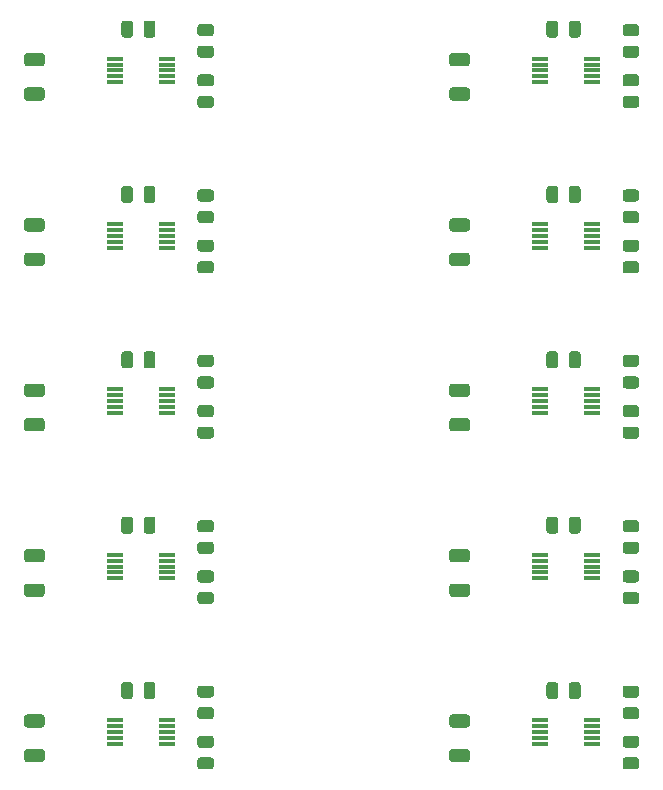
<source format=gbr>
%TF.GenerationSoftware,KiCad,Pcbnew,5.1.10*%
%TF.CreationDate,2021-11-07T07:50:52-05:00*%
%TF.ProjectId,CurrentSenseModule-RevB-10p,43757272-656e-4745-9365-6e73654d6f64,rev?*%
%TF.SameCoordinates,Original*%
%TF.FileFunction,Paste,Top*%
%TF.FilePolarity,Positive*%
%FSLAX46Y46*%
G04 Gerber Fmt 4.6, Leading zero omitted, Abs format (unit mm)*
G04 Created by KiCad (PCBNEW 5.1.10) date 2021-11-07 07:50:52*
%MOMM*%
%LPD*%
G01*
G04 APERTURE LIST*
%ADD10R,1.400000X0.300000*%
G04 APERTURE END LIST*
D10*
%TO.C,U1*%
X117550000Y-67750000D03*
X117550000Y-67250000D03*
X117550000Y-66750000D03*
X117550000Y-66250000D03*
X117550000Y-65750000D03*
X121950000Y-65750000D03*
X121950000Y-66250000D03*
X121950000Y-66750000D03*
X121950000Y-67250000D03*
X121950000Y-67750000D03*
%TD*%
%TO.C,R3*%
G36*
G01*
X124799998Y-64650000D02*
X125700002Y-64650000D01*
G75*
G02*
X125950000Y-64899998I0J-249998D01*
G01*
X125950000Y-65425002D01*
G75*
G02*
X125700002Y-65675000I-249998J0D01*
G01*
X124799998Y-65675000D01*
G75*
G02*
X124550000Y-65425002I0J249998D01*
G01*
X124550000Y-64899998D01*
G75*
G02*
X124799998Y-64650000I249998J0D01*
G01*
G37*
G36*
G01*
X124799998Y-62825000D02*
X125700002Y-62825000D01*
G75*
G02*
X125950000Y-63074998I0J-249998D01*
G01*
X125950000Y-63600002D01*
G75*
G02*
X125700002Y-63850000I-249998J0D01*
G01*
X124799998Y-63850000D01*
G75*
G02*
X124550000Y-63600002I0J249998D01*
G01*
X124550000Y-63074998D01*
G75*
G02*
X124799998Y-62825000I249998J0D01*
G01*
G37*
%TD*%
%TO.C,R2*%
G36*
G01*
X125700002Y-68100000D02*
X124799998Y-68100000D01*
G75*
G02*
X124550000Y-67850002I0J249998D01*
G01*
X124550000Y-67324998D01*
G75*
G02*
X124799998Y-67075000I249998J0D01*
G01*
X125700002Y-67075000D01*
G75*
G02*
X125950000Y-67324998I0J-249998D01*
G01*
X125950000Y-67850002D01*
G75*
G02*
X125700002Y-68100000I-249998J0D01*
G01*
G37*
G36*
G01*
X125700002Y-69925000D02*
X124799998Y-69925000D01*
G75*
G02*
X124550000Y-69675002I0J249998D01*
G01*
X124550000Y-69149998D01*
G75*
G02*
X124799998Y-68900000I249998J0D01*
G01*
X125700002Y-68900000D01*
G75*
G02*
X125950000Y-69149998I0J-249998D01*
G01*
X125950000Y-69675002D01*
G75*
G02*
X125700002Y-69925000I-249998J0D01*
G01*
G37*
%TD*%
%TO.C,R1*%
G36*
G01*
X110124998Y-68187500D02*
X111375002Y-68187500D01*
G75*
G02*
X111625000Y-68437498I0J-249998D01*
G01*
X111625000Y-69062502D01*
G75*
G02*
X111375002Y-69312500I-249998J0D01*
G01*
X110124998Y-69312500D01*
G75*
G02*
X109875000Y-69062502I0J249998D01*
G01*
X109875000Y-68437498D01*
G75*
G02*
X110124998Y-68187500I249998J0D01*
G01*
G37*
G36*
G01*
X110124998Y-65262500D02*
X111375002Y-65262500D01*
G75*
G02*
X111625000Y-65512498I0J-249998D01*
G01*
X111625000Y-66137502D01*
G75*
G02*
X111375002Y-66387500I-249998J0D01*
G01*
X110124998Y-66387500D01*
G75*
G02*
X109875000Y-66137502I0J249998D01*
G01*
X109875000Y-65512498D01*
G75*
G02*
X110124998Y-65262500I249998J0D01*
G01*
G37*
%TD*%
%TO.C,C1*%
G36*
G01*
X120000000Y-63725000D02*
X120000000Y-62775000D01*
G75*
G02*
X120250000Y-62525000I250000J0D01*
G01*
X120750000Y-62525000D01*
G75*
G02*
X121000000Y-62775000I0J-250000D01*
G01*
X121000000Y-63725000D01*
G75*
G02*
X120750000Y-63975000I-250000J0D01*
G01*
X120250000Y-63975000D01*
G75*
G02*
X120000000Y-63725000I0J250000D01*
G01*
G37*
G36*
G01*
X118100000Y-63725000D02*
X118100000Y-62775000D01*
G75*
G02*
X118350000Y-62525000I250000J0D01*
G01*
X118850000Y-62525000D01*
G75*
G02*
X119100000Y-62775000I0J-250000D01*
G01*
X119100000Y-63725000D01*
G75*
G02*
X118850000Y-63975000I-250000J0D01*
G01*
X118350000Y-63975000D01*
G75*
G02*
X118100000Y-63725000I0J250000D01*
G01*
G37*
%TD*%
%TO.C,U1*%
X117550000Y-81750000D03*
X117550000Y-81250000D03*
X117550000Y-80750000D03*
X117550000Y-80250000D03*
X117550000Y-79750000D03*
X121950000Y-79750000D03*
X121950000Y-80250000D03*
X121950000Y-80750000D03*
X121950000Y-81250000D03*
X121950000Y-81750000D03*
%TD*%
%TO.C,R3*%
G36*
G01*
X124799998Y-78650000D02*
X125700002Y-78650000D01*
G75*
G02*
X125950000Y-78899998I0J-249998D01*
G01*
X125950000Y-79425002D01*
G75*
G02*
X125700002Y-79675000I-249998J0D01*
G01*
X124799998Y-79675000D01*
G75*
G02*
X124550000Y-79425002I0J249998D01*
G01*
X124550000Y-78899998D01*
G75*
G02*
X124799998Y-78650000I249998J0D01*
G01*
G37*
G36*
G01*
X124799998Y-76825000D02*
X125700002Y-76825000D01*
G75*
G02*
X125950000Y-77074998I0J-249998D01*
G01*
X125950000Y-77600002D01*
G75*
G02*
X125700002Y-77850000I-249998J0D01*
G01*
X124799998Y-77850000D01*
G75*
G02*
X124550000Y-77600002I0J249998D01*
G01*
X124550000Y-77074998D01*
G75*
G02*
X124799998Y-76825000I249998J0D01*
G01*
G37*
%TD*%
%TO.C,R2*%
G36*
G01*
X125700002Y-82100000D02*
X124799998Y-82100000D01*
G75*
G02*
X124550000Y-81850002I0J249998D01*
G01*
X124550000Y-81324998D01*
G75*
G02*
X124799998Y-81075000I249998J0D01*
G01*
X125700002Y-81075000D01*
G75*
G02*
X125950000Y-81324998I0J-249998D01*
G01*
X125950000Y-81850002D01*
G75*
G02*
X125700002Y-82100000I-249998J0D01*
G01*
G37*
G36*
G01*
X125700002Y-83925000D02*
X124799998Y-83925000D01*
G75*
G02*
X124550000Y-83675002I0J249998D01*
G01*
X124550000Y-83149998D01*
G75*
G02*
X124799998Y-82900000I249998J0D01*
G01*
X125700002Y-82900000D01*
G75*
G02*
X125950000Y-83149998I0J-249998D01*
G01*
X125950000Y-83675002D01*
G75*
G02*
X125700002Y-83925000I-249998J0D01*
G01*
G37*
%TD*%
%TO.C,R1*%
G36*
G01*
X110124998Y-82187500D02*
X111375002Y-82187500D01*
G75*
G02*
X111625000Y-82437498I0J-249998D01*
G01*
X111625000Y-83062502D01*
G75*
G02*
X111375002Y-83312500I-249998J0D01*
G01*
X110124998Y-83312500D01*
G75*
G02*
X109875000Y-83062502I0J249998D01*
G01*
X109875000Y-82437498D01*
G75*
G02*
X110124998Y-82187500I249998J0D01*
G01*
G37*
G36*
G01*
X110124998Y-79262500D02*
X111375002Y-79262500D01*
G75*
G02*
X111625000Y-79512498I0J-249998D01*
G01*
X111625000Y-80137502D01*
G75*
G02*
X111375002Y-80387500I-249998J0D01*
G01*
X110124998Y-80387500D01*
G75*
G02*
X109875000Y-80137502I0J249998D01*
G01*
X109875000Y-79512498D01*
G75*
G02*
X110124998Y-79262500I249998J0D01*
G01*
G37*
%TD*%
%TO.C,C1*%
G36*
G01*
X120000000Y-77725000D02*
X120000000Y-76775000D01*
G75*
G02*
X120250000Y-76525000I250000J0D01*
G01*
X120750000Y-76525000D01*
G75*
G02*
X121000000Y-76775000I0J-250000D01*
G01*
X121000000Y-77725000D01*
G75*
G02*
X120750000Y-77975000I-250000J0D01*
G01*
X120250000Y-77975000D01*
G75*
G02*
X120000000Y-77725000I0J250000D01*
G01*
G37*
G36*
G01*
X118100000Y-77725000D02*
X118100000Y-76775000D01*
G75*
G02*
X118350000Y-76525000I250000J0D01*
G01*
X118850000Y-76525000D01*
G75*
G02*
X119100000Y-76775000I0J-250000D01*
G01*
X119100000Y-77725000D01*
G75*
G02*
X118850000Y-77975000I-250000J0D01*
G01*
X118350000Y-77975000D01*
G75*
G02*
X118100000Y-77725000I0J250000D01*
G01*
G37*
%TD*%
%TO.C,U1*%
X153550000Y-67750000D03*
X153550000Y-67250000D03*
X153550000Y-66750000D03*
X153550000Y-66250000D03*
X153550000Y-65750000D03*
X157950000Y-65750000D03*
X157950000Y-66250000D03*
X157950000Y-66750000D03*
X157950000Y-67250000D03*
X157950000Y-67750000D03*
%TD*%
%TO.C,R3*%
G36*
G01*
X160799998Y-64650000D02*
X161700002Y-64650000D01*
G75*
G02*
X161950000Y-64899998I0J-249998D01*
G01*
X161950000Y-65425002D01*
G75*
G02*
X161700002Y-65675000I-249998J0D01*
G01*
X160799998Y-65675000D01*
G75*
G02*
X160550000Y-65425002I0J249998D01*
G01*
X160550000Y-64899998D01*
G75*
G02*
X160799998Y-64650000I249998J0D01*
G01*
G37*
G36*
G01*
X160799998Y-62825000D02*
X161700002Y-62825000D01*
G75*
G02*
X161950000Y-63074998I0J-249998D01*
G01*
X161950000Y-63600002D01*
G75*
G02*
X161700002Y-63850000I-249998J0D01*
G01*
X160799998Y-63850000D01*
G75*
G02*
X160550000Y-63600002I0J249998D01*
G01*
X160550000Y-63074998D01*
G75*
G02*
X160799998Y-62825000I249998J0D01*
G01*
G37*
%TD*%
%TO.C,R2*%
G36*
G01*
X161700002Y-68100000D02*
X160799998Y-68100000D01*
G75*
G02*
X160550000Y-67850002I0J249998D01*
G01*
X160550000Y-67324998D01*
G75*
G02*
X160799998Y-67075000I249998J0D01*
G01*
X161700002Y-67075000D01*
G75*
G02*
X161950000Y-67324998I0J-249998D01*
G01*
X161950000Y-67850002D01*
G75*
G02*
X161700002Y-68100000I-249998J0D01*
G01*
G37*
G36*
G01*
X161700002Y-69925000D02*
X160799998Y-69925000D01*
G75*
G02*
X160550000Y-69675002I0J249998D01*
G01*
X160550000Y-69149998D01*
G75*
G02*
X160799998Y-68900000I249998J0D01*
G01*
X161700002Y-68900000D01*
G75*
G02*
X161950000Y-69149998I0J-249998D01*
G01*
X161950000Y-69675002D01*
G75*
G02*
X161700002Y-69925000I-249998J0D01*
G01*
G37*
%TD*%
%TO.C,R1*%
G36*
G01*
X146124998Y-68187500D02*
X147375002Y-68187500D01*
G75*
G02*
X147625000Y-68437498I0J-249998D01*
G01*
X147625000Y-69062502D01*
G75*
G02*
X147375002Y-69312500I-249998J0D01*
G01*
X146124998Y-69312500D01*
G75*
G02*
X145875000Y-69062502I0J249998D01*
G01*
X145875000Y-68437498D01*
G75*
G02*
X146124998Y-68187500I249998J0D01*
G01*
G37*
G36*
G01*
X146124998Y-65262500D02*
X147375002Y-65262500D01*
G75*
G02*
X147625000Y-65512498I0J-249998D01*
G01*
X147625000Y-66137502D01*
G75*
G02*
X147375002Y-66387500I-249998J0D01*
G01*
X146124998Y-66387500D01*
G75*
G02*
X145875000Y-66137502I0J249998D01*
G01*
X145875000Y-65512498D01*
G75*
G02*
X146124998Y-65262500I249998J0D01*
G01*
G37*
%TD*%
%TO.C,C1*%
G36*
G01*
X156000000Y-63725000D02*
X156000000Y-62775000D01*
G75*
G02*
X156250000Y-62525000I250000J0D01*
G01*
X156750000Y-62525000D01*
G75*
G02*
X157000000Y-62775000I0J-250000D01*
G01*
X157000000Y-63725000D01*
G75*
G02*
X156750000Y-63975000I-250000J0D01*
G01*
X156250000Y-63975000D01*
G75*
G02*
X156000000Y-63725000I0J250000D01*
G01*
G37*
G36*
G01*
X154100000Y-63725000D02*
X154100000Y-62775000D01*
G75*
G02*
X154350000Y-62525000I250000J0D01*
G01*
X154850000Y-62525000D01*
G75*
G02*
X155100000Y-62775000I0J-250000D01*
G01*
X155100000Y-63725000D01*
G75*
G02*
X154850000Y-63975000I-250000J0D01*
G01*
X154350000Y-63975000D01*
G75*
G02*
X154100000Y-63725000I0J250000D01*
G01*
G37*
%TD*%
%TO.C,U1*%
X153550000Y-81750000D03*
X153550000Y-81250000D03*
X153550000Y-80750000D03*
X153550000Y-80250000D03*
X153550000Y-79750000D03*
X157950000Y-79750000D03*
X157950000Y-80250000D03*
X157950000Y-80750000D03*
X157950000Y-81250000D03*
X157950000Y-81750000D03*
%TD*%
%TO.C,R3*%
G36*
G01*
X160799998Y-78650000D02*
X161700002Y-78650000D01*
G75*
G02*
X161950000Y-78899998I0J-249998D01*
G01*
X161950000Y-79425002D01*
G75*
G02*
X161700002Y-79675000I-249998J0D01*
G01*
X160799998Y-79675000D01*
G75*
G02*
X160550000Y-79425002I0J249998D01*
G01*
X160550000Y-78899998D01*
G75*
G02*
X160799998Y-78650000I249998J0D01*
G01*
G37*
G36*
G01*
X160799998Y-76825000D02*
X161700002Y-76825000D01*
G75*
G02*
X161950000Y-77074998I0J-249998D01*
G01*
X161950000Y-77600002D01*
G75*
G02*
X161700002Y-77850000I-249998J0D01*
G01*
X160799998Y-77850000D01*
G75*
G02*
X160550000Y-77600002I0J249998D01*
G01*
X160550000Y-77074998D01*
G75*
G02*
X160799998Y-76825000I249998J0D01*
G01*
G37*
%TD*%
%TO.C,R2*%
G36*
G01*
X161700002Y-82100000D02*
X160799998Y-82100000D01*
G75*
G02*
X160550000Y-81850002I0J249998D01*
G01*
X160550000Y-81324998D01*
G75*
G02*
X160799998Y-81075000I249998J0D01*
G01*
X161700002Y-81075000D01*
G75*
G02*
X161950000Y-81324998I0J-249998D01*
G01*
X161950000Y-81850002D01*
G75*
G02*
X161700002Y-82100000I-249998J0D01*
G01*
G37*
G36*
G01*
X161700002Y-83925000D02*
X160799998Y-83925000D01*
G75*
G02*
X160550000Y-83675002I0J249998D01*
G01*
X160550000Y-83149998D01*
G75*
G02*
X160799998Y-82900000I249998J0D01*
G01*
X161700002Y-82900000D01*
G75*
G02*
X161950000Y-83149998I0J-249998D01*
G01*
X161950000Y-83675002D01*
G75*
G02*
X161700002Y-83925000I-249998J0D01*
G01*
G37*
%TD*%
%TO.C,R1*%
G36*
G01*
X146124998Y-82187500D02*
X147375002Y-82187500D01*
G75*
G02*
X147625000Y-82437498I0J-249998D01*
G01*
X147625000Y-83062502D01*
G75*
G02*
X147375002Y-83312500I-249998J0D01*
G01*
X146124998Y-83312500D01*
G75*
G02*
X145875000Y-83062502I0J249998D01*
G01*
X145875000Y-82437498D01*
G75*
G02*
X146124998Y-82187500I249998J0D01*
G01*
G37*
G36*
G01*
X146124998Y-79262500D02*
X147375002Y-79262500D01*
G75*
G02*
X147625000Y-79512498I0J-249998D01*
G01*
X147625000Y-80137502D01*
G75*
G02*
X147375002Y-80387500I-249998J0D01*
G01*
X146124998Y-80387500D01*
G75*
G02*
X145875000Y-80137502I0J249998D01*
G01*
X145875000Y-79512498D01*
G75*
G02*
X146124998Y-79262500I249998J0D01*
G01*
G37*
%TD*%
%TO.C,C1*%
G36*
G01*
X156000000Y-77725000D02*
X156000000Y-76775000D01*
G75*
G02*
X156250000Y-76525000I250000J0D01*
G01*
X156750000Y-76525000D01*
G75*
G02*
X157000000Y-76775000I0J-250000D01*
G01*
X157000000Y-77725000D01*
G75*
G02*
X156750000Y-77975000I-250000J0D01*
G01*
X156250000Y-77975000D01*
G75*
G02*
X156000000Y-77725000I0J250000D01*
G01*
G37*
G36*
G01*
X154100000Y-77725000D02*
X154100000Y-76775000D01*
G75*
G02*
X154350000Y-76525000I250000J0D01*
G01*
X154850000Y-76525000D01*
G75*
G02*
X155100000Y-76775000I0J-250000D01*
G01*
X155100000Y-77725000D01*
G75*
G02*
X154850000Y-77975000I-250000J0D01*
G01*
X154350000Y-77975000D01*
G75*
G02*
X154100000Y-77725000I0J250000D01*
G01*
G37*
%TD*%
%TO.C,U1*%
X117550000Y-95750000D03*
X117550000Y-95250000D03*
X117550000Y-94750000D03*
X117550000Y-94250000D03*
X117550000Y-93750000D03*
X121950000Y-93750000D03*
X121950000Y-94250000D03*
X121950000Y-94750000D03*
X121950000Y-95250000D03*
X121950000Y-95750000D03*
%TD*%
%TO.C,R3*%
G36*
G01*
X124799998Y-92650000D02*
X125700002Y-92650000D01*
G75*
G02*
X125950000Y-92899998I0J-249998D01*
G01*
X125950000Y-93425002D01*
G75*
G02*
X125700002Y-93675000I-249998J0D01*
G01*
X124799998Y-93675000D01*
G75*
G02*
X124550000Y-93425002I0J249998D01*
G01*
X124550000Y-92899998D01*
G75*
G02*
X124799998Y-92650000I249998J0D01*
G01*
G37*
G36*
G01*
X124799998Y-90825000D02*
X125700002Y-90825000D01*
G75*
G02*
X125950000Y-91074998I0J-249998D01*
G01*
X125950000Y-91600002D01*
G75*
G02*
X125700002Y-91850000I-249998J0D01*
G01*
X124799998Y-91850000D01*
G75*
G02*
X124550000Y-91600002I0J249998D01*
G01*
X124550000Y-91074998D01*
G75*
G02*
X124799998Y-90825000I249998J0D01*
G01*
G37*
%TD*%
%TO.C,R2*%
G36*
G01*
X125700002Y-96100000D02*
X124799998Y-96100000D01*
G75*
G02*
X124550000Y-95850002I0J249998D01*
G01*
X124550000Y-95324998D01*
G75*
G02*
X124799998Y-95075000I249998J0D01*
G01*
X125700002Y-95075000D01*
G75*
G02*
X125950000Y-95324998I0J-249998D01*
G01*
X125950000Y-95850002D01*
G75*
G02*
X125700002Y-96100000I-249998J0D01*
G01*
G37*
G36*
G01*
X125700002Y-97925000D02*
X124799998Y-97925000D01*
G75*
G02*
X124550000Y-97675002I0J249998D01*
G01*
X124550000Y-97149998D01*
G75*
G02*
X124799998Y-96900000I249998J0D01*
G01*
X125700002Y-96900000D01*
G75*
G02*
X125950000Y-97149998I0J-249998D01*
G01*
X125950000Y-97675002D01*
G75*
G02*
X125700002Y-97925000I-249998J0D01*
G01*
G37*
%TD*%
%TO.C,R1*%
G36*
G01*
X110124998Y-96187500D02*
X111375002Y-96187500D01*
G75*
G02*
X111625000Y-96437498I0J-249998D01*
G01*
X111625000Y-97062502D01*
G75*
G02*
X111375002Y-97312500I-249998J0D01*
G01*
X110124998Y-97312500D01*
G75*
G02*
X109875000Y-97062502I0J249998D01*
G01*
X109875000Y-96437498D01*
G75*
G02*
X110124998Y-96187500I249998J0D01*
G01*
G37*
G36*
G01*
X110124998Y-93262500D02*
X111375002Y-93262500D01*
G75*
G02*
X111625000Y-93512498I0J-249998D01*
G01*
X111625000Y-94137502D01*
G75*
G02*
X111375002Y-94387500I-249998J0D01*
G01*
X110124998Y-94387500D01*
G75*
G02*
X109875000Y-94137502I0J249998D01*
G01*
X109875000Y-93512498D01*
G75*
G02*
X110124998Y-93262500I249998J0D01*
G01*
G37*
%TD*%
%TO.C,C1*%
G36*
G01*
X120000000Y-91725000D02*
X120000000Y-90775000D01*
G75*
G02*
X120250000Y-90525000I250000J0D01*
G01*
X120750000Y-90525000D01*
G75*
G02*
X121000000Y-90775000I0J-250000D01*
G01*
X121000000Y-91725000D01*
G75*
G02*
X120750000Y-91975000I-250000J0D01*
G01*
X120250000Y-91975000D01*
G75*
G02*
X120000000Y-91725000I0J250000D01*
G01*
G37*
G36*
G01*
X118100000Y-91725000D02*
X118100000Y-90775000D01*
G75*
G02*
X118350000Y-90525000I250000J0D01*
G01*
X118850000Y-90525000D01*
G75*
G02*
X119100000Y-90775000I0J-250000D01*
G01*
X119100000Y-91725000D01*
G75*
G02*
X118850000Y-91975000I-250000J0D01*
G01*
X118350000Y-91975000D01*
G75*
G02*
X118100000Y-91725000I0J250000D01*
G01*
G37*
%TD*%
%TO.C,U1*%
X153550000Y-95750000D03*
X153550000Y-95250000D03*
X153550000Y-94750000D03*
X153550000Y-94250000D03*
X153550000Y-93750000D03*
X157950000Y-93750000D03*
X157950000Y-94250000D03*
X157950000Y-94750000D03*
X157950000Y-95250000D03*
X157950000Y-95750000D03*
%TD*%
%TO.C,R3*%
G36*
G01*
X160799998Y-92650000D02*
X161700002Y-92650000D01*
G75*
G02*
X161950000Y-92899998I0J-249998D01*
G01*
X161950000Y-93425002D01*
G75*
G02*
X161700002Y-93675000I-249998J0D01*
G01*
X160799998Y-93675000D01*
G75*
G02*
X160550000Y-93425002I0J249998D01*
G01*
X160550000Y-92899998D01*
G75*
G02*
X160799998Y-92650000I249998J0D01*
G01*
G37*
G36*
G01*
X160799998Y-90825000D02*
X161700002Y-90825000D01*
G75*
G02*
X161950000Y-91074998I0J-249998D01*
G01*
X161950000Y-91600002D01*
G75*
G02*
X161700002Y-91850000I-249998J0D01*
G01*
X160799998Y-91850000D01*
G75*
G02*
X160550000Y-91600002I0J249998D01*
G01*
X160550000Y-91074998D01*
G75*
G02*
X160799998Y-90825000I249998J0D01*
G01*
G37*
%TD*%
%TO.C,R2*%
G36*
G01*
X161700002Y-96100000D02*
X160799998Y-96100000D01*
G75*
G02*
X160550000Y-95850002I0J249998D01*
G01*
X160550000Y-95324998D01*
G75*
G02*
X160799998Y-95075000I249998J0D01*
G01*
X161700002Y-95075000D01*
G75*
G02*
X161950000Y-95324998I0J-249998D01*
G01*
X161950000Y-95850002D01*
G75*
G02*
X161700002Y-96100000I-249998J0D01*
G01*
G37*
G36*
G01*
X161700002Y-97925000D02*
X160799998Y-97925000D01*
G75*
G02*
X160550000Y-97675002I0J249998D01*
G01*
X160550000Y-97149998D01*
G75*
G02*
X160799998Y-96900000I249998J0D01*
G01*
X161700002Y-96900000D01*
G75*
G02*
X161950000Y-97149998I0J-249998D01*
G01*
X161950000Y-97675002D01*
G75*
G02*
X161700002Y-97925000I-249998J0D01*
G01*
G37*
%TD*%
%TO.C,R1*%
G36*
G01*
X146124998Y-96187500D02*
X147375002Y-96187500D01*
G75*
G02*
X147625000Y-96437498I0J-249998D01*
G01*
X147625000Y-97062502D01*
G75*
G02*
X147375002Y-97312500I-249998J0D01*
G01*
X146124998Y-97312500D01*
G75*
G02*
X145875000Y-97062502I0J249998D01*
G01*
X145875000Y-96437498D01*
G75*
G02*
X146124998Y-96187500I249998J0D01*
G01*
G37*
G36*
G01*
X146124998Y-93262500D02*
X147375002Y-93262500D01*
G75*
G02*
X147625000Y-93512498I0J-249998D01*
G01*
X147625000Y-94137502D01*
G75*
G02*
X147375002Y-94387500I-249998J0D01*
G01*
X146124998Y-94387500D01*
G75*
G02*
X145875000Y-94137502I0J249998D01*
G01*
X145875000Y-93512498D01*
G75*
G02*
X146124998Y-93262500I249998J0D01*
G01*
G37*
%TD*%
%TO.C,C1*%
G36*
G01*
X156000000Y-91725000D02*
X156000000Y-90775000D01*
G75*
G02*
X156250000Y-90525000I250000J0D01*
G01*
X156750000Y-90525000D01*
G75*
G02*
X157000000Y-90775000I0J-250000D01*
G01*
X157000000Y-91725000D01*
G75*
G02*
X156750000Y-91975000I-250000J0D01*
G01*
X156250000Y-91975000D01*
G75*
G02*
X156000000Y-91725000I0J250000D01*
G01*
G37*
G36*
G01*
X154100000Y-91725000D02*
X154100000Y-90775000D01*
G75*
G02*
X154350000Y-90525000I250000J0D01*
G01*
X154850000Y-90525000D01*
G75*
G02*
X155100000Y-90775000I0J-250000D01*
G01*
X155100000Y-91725000D01*
G75*
G02*
X154850000Y-91975000I-250000J0D01*
G01*
X154350000Y-91975000D01*
G75*
G02*
X154100000Y-91725000I0J250000D01*
G01*
G37*
%TD*%
%TO.C,U1*%
X117550000Y-109750000D03*
X117550000Y-109250000D03*
X117550000Y-108750000D03*
X117550000Y-108250000D03*
X117550000Y-107750000D03*
X121950000Y-107750000D03*
X121950000Y-108250000D03*
X121950000Y-108750000D03*
X121950000Y-109250000D03*
X121950000Y-109750000D03*
%TD*%
%TO.C,R3*%
G36*
G01*
X124799998Y-106650000D02*
X125700002Y-106650000D01*
G75*
G02*
X125950000Y-106899998I0J-249998D01*
G01*
X125950000Y-107425002D01*
G75*
G02*
X125700002Y-107675000I-249998J0D01*
G01*
X124799998Y-107675000D01*
G75*
G02*
X124550000Y-107425002I0J249998D01*
G01*
X124550000Y-106899998D01*
G75*
G02*
X124799998Y-106650000I249998J0D01*
G01*
G37*
G36*
G01*
X124799998Y-104825000D02*
X125700002Y-104825000D01*
G75*
G02*
X125950000Y-105074998I0J-249998D01*
G01*
X125950000Y-105600002D01*
G75*
G02*
X125700002Y-105850000I-249998J0D01*
G01*
X124799998Y-105850000D01*
G75*
G02*
X124550000Y-105600002I0J249998D01*
G01*
X124550000Y-105074998D01*
G75*
G02*
X124799998Y-104825000I249998J0D01*
G01*
G37*
%TD*%
%TO.C,R2*%
G36*
G01*
X125700002Y-110100000D02*
X124799998Y-110100000D01*
G75*
G02*
X124550000Y-109850002I0J249998D01*
G01*
X124550000Y-109324998D01*
G75*
G02*
X124799998Y-109075000I249998J0D01*
G01*
X125700002Y-109075000D01*
G75*
G02*
X125950000Y-109324998I0J-249998D01*
G01*
X125950000Y-109850002D01*
G75*
G02*
X125700002Y-110100000I-249998J0D01*
G01*
G37*
G36*
G01*
X125700002Y-111925000D02*
X124799998Y-111925000D01*
G75*
G02*
X124550000Y-111675002I0J249998D01*
G01*
X124550000Y-111149998D01*
G75*
G02*
X124799998Y-110900000I249998J0D01*
G01*
X125700002Y-110900000D01*
G75*
G02*
X125950000Y-111149998I0J-249998D01*
G01*
X125950000Y-111675002D01*
G75*
G02*
X125700002Y-111925000I-249998J0D01*
G01*
G37*
%TD*%
%TO.C,R1*%
G36*
G01*
X110124998Y-110187500D02*
X111375002Y-110187500D01*
G75*
G02*
X111625000Y-110437498I0J-249998D01*
G01*
X111625000Y-111062502D01*
G75*
G02*
X111375002Y-111312500I-249998J0D01*
G01*
X110124998Y-111312500D01*
G75*
G02*
X109875000Y-111062502I0J249998D01*
G01*
X109875000Y-110437498D01*
G75*
G02*
X110124998Y-110187500I249998J0D01*
G01*
G37*
G36*
G01*
X110124998Y-107262500D02*
X111375002Y-107262500D01*
G75*
G02*
X111625000Y-107512498I0J-249998D01*
G01*
X111625000Y-108137502D01*
G75*
G02*
X111375002Y-108387500I-249998J0D01*
G01*
X110124998Y-108387500D01*
G75*
G02*
X109875000Y-108137502I0J249998D01*
G01*
X109875000Y-107512498D01*
G75*
G02*
X110124998Y-107262500I249998J0D01*
G01*
G37*
%TD*%
%TO.C,C1*%
G36*
G01*
X120000000Y-105725000D02*
X120000000Y-104775000D01*
G75*
G02*
X120250000Y-104525000I250000J0D01*
G01*
X120750000Y-104525000D01*
G75*
G02*
X121000000Y-104775000I0J-250000D01*
G01*
X121000000Y-105725000D01*
G75*
G02*
X120750000Y-105975000I-250000J0D01*
G01*
X120250000Y-105975000D01*
G75*
G02*
X120000000Y-105725000I0J250000D01*
G01*
G37*
G36*
G01*
X118100000Y-105725000D02*
X118100000Y-104775000D01*
G75*
G02*
X118350000Y-104525000I250000J0D01*
G01*
X118850000Y-104525000D01*
G75*
G02*
X119100000Y-104775000I0J-250000D01*
G01*
X119100000Y-105725000D01*
G75*
G02*
X118850000Y-105975000I-250000J0D01*
G01*
X118350000Y-105975000D01*
G75*
G02*
X118100000Y-105725000I0J250000D01*
G01*
G37*
%TD*%
%TO.C,U1*%
X153550000Y-109750000D03*
X153550000Y-109250000D03*
X153550000Y-108750000D03*
X153550000Y-108250000D03*
X153550000Y-107750000D03*
X157950000Y-107750000D03*
X157950000Y-108250000D03*
X157950000Y-108750000D03*
X157950000Y-109250000D03*
X157950000Y-109750000D03*
%TD*%
%TO.C,R3*%
G36*
G01*
X160799998Y-106650000D02*
X161700002Y-106650000D01*
G75*
G02*
X161950000Y-106899998I0J-249998D01*
G01*
X161950000Y-107425002D01*
G75*
G02*
X161700002Y-107675000I-249998J0D01*
G01*
X160799998Y-107675000D01*
G75*
G02*
X160550000Y-107425002I0J249998D01*
G01*
X160550000Y-106899998D01*
G75*
G02*
X160799998Y-106650000I249998J0D01*
G01*
G37*
G36*
G01*
X160799998Y-104825000D02*
X161700002Y-104825000D01*
G75*
G02*
X161950000Y-105074998I0J-249998D01*
G01*
X161950000Y-105600002D01*
G75*
G02*
X161700002Y-105850000I-249998J0D01*
G01*
X160799998Y-105850000D01*
G75*
G02*
X160550000Y-105600002I0J249998D01*
G01*
X160550000Y-105074998D01*
G75*
G02*
X160799998Y-104825000I249998J0D01*
G01*
G37*
%TD*%
%TO.C,R2*%
G36*
G01*
X161700002Y-110100000D02*
X160799998Y-110100000D01*
G75*
G02*
X160550000Y-109850002I0J249998D01*
G01*
X160550000Y-109324998D01*
G75*
G02*
X160799998Y-109075000I249998J0D01*
G01*
X161700002Y-109075000D01*
G75*
G02*
X161950000Y-109324998I0J-249998D01*
G01*
X161950000Y-109850002D01*
G75*
G02*
X161700002Y-110100000I-249998J0D01*
G01*
G37*
G36*
G01*
X161700002Y-111925000D02*
X160799998Y-111925000D01*
G75*
G02*
X160550000Y-111675002I0J249998D01*
G01*
X160550000Y-111149998D01*
G75*
G02*
X160799998Y-110900000I249998J0D01*
G01*
X161700002Y-110900000D01*
G75*
G02*
X161950000Y-111149998I0J-249998D01*
G01*
X161950000Y-111675002D01*
G75*
G02*
X161700002Y-111925000I-249998J0D01*
G01*
G37*
%TD*%
%TO.C,R1*%
G36*
G01*
X146124998Y-110187500D02*
X147375002Y-110187500D01*
G75*
G02*
X147625000Y-110437498I0J-249998D01*
G01*
X147625000Y-111062502D01*
G75*
G02*
X147375002Y-111312500I-249998J0D01*
G01*
X146124998Y-111312500D01*
G75*
G02*
X145875000Y-111062502I0J249998D01*
G01*
X145875000Y-110437498D01*
G75*
G02*
X146124998Y-110187500I249998J0D01*
G01*
G37*
G36*
G01*
X146124998Y-107262500D02*
X147375002Y-107262500D01*
G75*
G02*
X147625000Y-107512498I0J-249998D01*
G01*
X147625000Y-108137502D01*
G75*
G02*
X147375002Y-108387500I-249998J0D01*
G01*
X146124998Y-108387500D01*
G75*
G02*
X145875000Y-108137502I0J249998D01*
G01*
X145875000Y-107512498D01*
G75*
G02*
X146124998Y-107262500I249998J0D01*
G01*
G37*
%TD*%
%TO.C,C1*%
G36*
G01*
X156000000Y-105725000D02*
X156000000Y-104775000D01*
G75*
G02*
X156250000Y-104525000I250000J0D01*
G01*
X156750000Y-104525000D01*
G75*
G02*
X157000000Y-104775000I0J-250000D01*
G01*
X157000000Y-105725000D01*
G75*
G02*
X156750000Y-105975000I-250000J0D01*
G01*
X156250000Y-105975000D01*
G75*
G02*
X156000000Y-105725000I0J250000D01*
G01*
G37*
G36*
G01*
X154100000Y-105725000D02*
X154100000Y-104775000D01*
G75*
G02*
X154350000Y-104525000I250000J0D01*
G01*
X154850000Y-104525000D01*
G75*
G02*
X155100000Y-104775000I0J-250000D01*
G01*
X155100000Y-105725000D01*
G75*
G02*
X154850000Y-105975000I-250000J0D01*
G01*
X154350000Y-105975000D01*
G75*
G02*
X154100000Y-105725000I0J250000D01*
G01*
G37*
%TD*%
%TO.C,U1*%
X117550000Y-123750000D03*
X117550000Y-123250000D03*
X117550000Y-122750000D03*
X117550000Y-122250000D03*
X117550000Y-121750000D03*
X121950000Y-121750000D03*
X121950000Y-122250000D03*
X121950000Y-122750000D03*
X121950000Y-123250000D03*
X121950000Y-123750000D03*
%TD*%
%TO.C,R3*%
G36*
G01*
X124799998Y-120650000D02*
X125700002Y-120650000D01*
G75*
G02*
X125950000Y-120899998I0J-249998D01*
G01*
X125950000Y-121425002D01*
G75*
G02*
X125700002Y-121675000I-249998J0D01*
G01*
X124799998Y-121675000D01*
G75*
G02*
X124550000Y-121425002I0J249998D01*
G01*
X124550000Y-120899998D01*
G75*
G02*
X124799998Y-120650000I249998J0D01*
G01*
G37*
G36*
G01*
X124799998Y-118825000D02*
X125700002Y-118825000D01*
G75*
G02*
X125950000Y-119074998I0J-249998D01*
G01*
X125950000Y-119600002D01*
G75*
G02*
X125700002Y-119850000I-249998J0D01*
G01*
X124799998Y-119850000D01*
G75*
G02*
X124550000Y-119600002I0J249998D01*
G01*
X124550000Y-119074998D01*
G75*
G02*
X124799998Y-118825000I249998J0D01*
G01*
G37*
%TD*%
%TO.C,R2*%
G36*
G01*
X125700002Y-124100000D02*
X124799998Y-124100000D01*
G75*
G02*
X124550000Y-123850002I0J249998D01*
G01*
X124550000Y-123324998D01*
G75*
G02*
X124799998Y-123075000I249998J0D01*
G01*
X125700002Y-123075000D01*
G75*
G02*
X125950000Y-123324998I0J-249998D01*
G01*
X125950000Y-123850002D01*
G75*
G02*
X125700002Y-124100000I-249998J0D01*
G01*
G37*
G36*
G01*
X125700002Y-125925000D02*
X124799998Y-125925000D01*
G75*
G02*
X124550000Y-125675002I0J249998D01*
G01*
X124550000Y-125149998D01*
G75*
G02*
X124799998Y-124900000I249998J0D01*
G01*
X125700002Y-124900000D01*
G75*
G02*
X125950000Y-125149998I0J-249998D01*
G01*
X125950000Y-125675002D01*
G75*
G02*
X125700002Y-125925000I-249998J0D01*
G01*
G37*
%TD*%
%TO.C,R1*%
G36*
G01*
X110124998Y-124187500D02*
X111375002Y-124187500D01*
G75*
G02*
X111625000Y-124437498I0J-249998D01*
G01*
X111625000Y-125062502D01*
G75*
G02*
X111375002Y-125312500I-249998J0D01*
G01*
X110124998Y-125312500D01*
G75*
G02*
X109875000Y-125062502I0J249998D01*
G01*
X109875000Y-124437498D01*
G75*
G02*
X110124998Y-124187500I249998J0D01*
G01*
G37*
G36*
G01*
X110124998Y-121262500D02*
X111375002Y-121262500D01*
G75*
G02*
X111625000Y-121512498I0J-249998D01*
G01*
X111625000Y-122137502D01*
G75*
G02*
X111375002Y-122387500I-249998J0D01*
G01*
X110124998Y-122387500D01*
G75*
G02*
X109875000Y-122137502I0J249998D01*
G01*
X109875000Y-121512498D01*
G75*
G02*
X110124998Y-121262500I249998J0D01*
G01*
G37*
%TD*%
%TO.C,C1*%
G36*
G01*
X120000000Y-119725000D02*
X120000000Y-118775000D01*
G75*
G02*
X120250000Y-118525000I250000J0D01*
G01*
X120750000Y-118525000D01*
G75*
G02*
X121000000Y-118775000I0J-250000D01*
G01*
X121000000Y-119725000D01*
G75*
G02*
X120750000Y-119975000I-250000J0D01*
G01*
X120250000Y-119975000D01*
G75*
G02*
X120000000Y-119725000I0J250000D01*
G01*
G37*
G36*
G01*
X118100000Y-119725000D02*
X118100000Y-118775000D01*
G75*
G02*
X118350000Y-118525000I250000J0D01*
G01*
X118850000Y-118525000D01*
G75*
G02*
X119100000Y-118775000I0J-250000D01*
G01*
X119100000Y-119725000D01*
G75*
G02*
X118850000Y-119975000I-250000J0D01*
G01*
X118350000Y-119975000D01*
G75*
G02*
X118100000Y-119725000I0J250000D01*
G01*
G37*
%TD*%
%TO.C,U1*%
X153550000Y-123750000D03*
X153550000Y-123250000D03*
X153550000Y-122750000D03*
X153550000Y-122250000D03*
X153550000Y-121750000D03*
X157950000Y-121750000D03*
X157950000Y-122250000D03*
X157950000Y-122750000D03*
X157950000Y-123250000D03*
X157950000Y-123750000D03*
%TD*%
%TO.C,R3*%
G36*
G01*
X160799998Y-120650000D02*
X161700002Y-120650000D01*
G75*
G02*
X161950000Y-120899998I0J-249998D01*
G01*
X161950000Y-121425002D01*
G75*
G02*
X161700002Y-121675000I-249998J0D01*
G01*
X160799998Y-121675000D01*
G75*
G02*
X160550000Y-121425002I0J249998D01*
G01*
X160550000Y-120899998D01*
G75*
G02*
X160799998Y-120650000I249998J0D01*
G01*
G37*
G36*
G01*
X160799998Y-118825000D02*
X161700002Y-118825000D01*
G75*
G02*
X161950000Y-119074998I0J-249998D01*
G01*
X161950000Y-119600002D01*
G75*
G02*
X161700002Y-119850000I-249998J0D01*
G01*
X160799998Y-119850000D01*
G75*
G02*
X160550000Y-119600002I0J249998D01*
G01*
X160550000Y-119074998D01*
G75*
G02*
X160799998Y-118825000I249998J0D01*
G01*
G37*
%TD*%
%TO.C,R2*%
G36*
G01*
X161700002Y-124100000D02*
X160799998Y-124100000D01*
G75*
G02*
X160550000Y-123850002I0J249998D01*
G01*
X160550000Y-123324998D01*
G75*
G02*
X160799998Y-123075000I249998J0D01*
G01*
X161700002Y-123075000D01*
G75*
G02*
X161950000Y-123324998I0J-249998D01*
G01*
X161950000Y-123850002D01*
G75*
G02*
X161700002Y-124100000I-249998J0D01*
G01*
G37*
G36*
G01*
X161700002Y-125925000D02*
X160799998Y-125925000D01*
G75*
G02*
X160550000Y-125675002I0J249998D01*
G01*
X160550000Y-125149998D01*
G75*
G02*
X160799998Y-124900000I249998J0D01*
G01*
X161700002Y-124900000D01*
G75*
G02*
X161950000Y-125149998I0J-249998D01*
G01*
X161950000Y-125675002D01*
G75*
G02*
X161700002Y-125925000I-249998J0D01*
G01*
G37*
%TD*%
%TO.C,R1*%
G36*
G01*
X146124998Y-124187500D02*
X147375002Y-124187500D01*
G75*
G02*
X147625000Y-124437498I0J-249998D01*
G01*
X147625000Y-125062502D01*
G75*
G02*
X147375002Y-125312500I-249998J0D01*
G01*
X146124998Y-125312500D01*
G75*
G02*
X145875000Y-125062502I0J249998D01*
G01*
X145875000Y-124437498D01*
G75*
G02*
X146124998Y-124187500I249998J0D01*
G01*
G37*
G36*
G01*
X146124998Y-121262500D02*
X147375002Y-121262500D01*
G75*
G02*
X147625000Y-121512498I0J-249998D01*
G01*
X147625000Y-122137502D01*
G75*
G02*
X147375002Y-122387500I-249998J0D01*
G01*
X146124998Y-122387500D01*
G75*
G02*
X145875000Y-122137502I0J249998D01*
G01*
X145875000Y-121512498D01*
G75*
G02*
X146124998Y-121262500I249998J0D01*
G01*
G37*
%TD*%
%TO.C,C1*%
G36*
G01*
X156000000Y-119725000D02*
X156000000Y-118775000D01*
G75*
G02*
X156250000Y-118525000I250000J0D01*
G01*
X156750000Y-118525000D01*
G75*
G02*
X157000000Y-118775000I0J-250000D01*
G01*
X157000000Y-119725000D01*
G75*
G02*
X156750000Y-119975000I-250000J0D01*
G01*
X156250000Y-119975000D01*
G75*
G02*
X156000000Y-119725000I0J250000D01*
G01*
G37*
G36*
G01*
X154100000Y-119725000D02*
X154100000Y-118775000D01*
G75*
G02*
X154350000Y-118525000I250000J0D01*
G01*
X154850000Y-118525000D01*
G75*
G02*
X155100000Y-118775000I0J-250000D01*
G01*
X155100000Y-119725000D01*
G75*
G02*
X154850000Y-119975000I-250000J0D01*
G01*
X154350000Y-119975000D01*
G75*
G02*
X154100000Y-119725000I0J250000D01*
G01*
G37*
%TD*%
M02*

</source>
